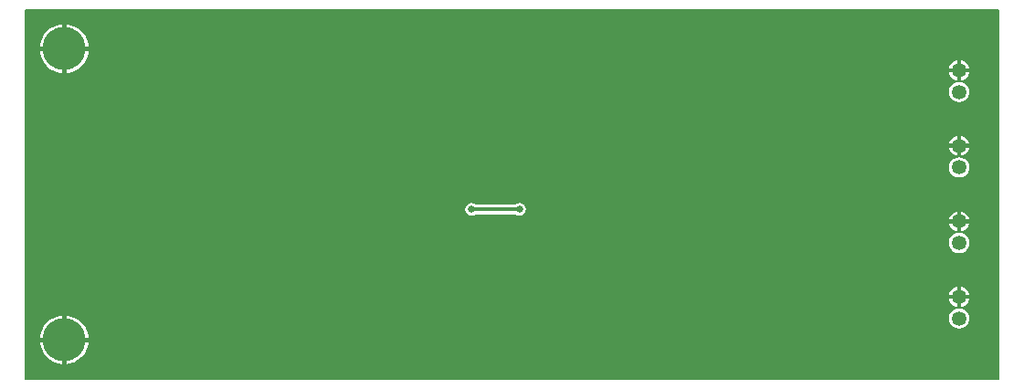
<source format=gbl>
G04 Layer_Physical_Order=2*
G04 Layer_Color=16724787*
%FSAX25Y25*%
%MOIN*%
G70*
G01*
G75*
%ADD38C,0.15748*%
%ADD39C,0.05315*%
%ADD40C,0.02559*%
%ADD41C,0.02362*%
%ADD42C,0.02756*%
%ADD43C,0.01378*%
G36*
X0464921Y0236221D02*
X0464921Y0101220D01*
X0109094Y0101220D01*
X0109094Y0236221D01*
X0109448Y0236575D01*
X0464568Y0236575D01*
X0464921Y0236221D01*
D02*
G37*
%LPC*%
G36*
X0450197Y0154870D02*
X0449242Y0154744D01*
X0448352Y0154376D01*
X0447588Y0153790D01*
X0447002Y0153026D01*
X0446633Y0152136D01*
X0446508Y0151181D01*
X0446633Y0150226D01*
X0447002Y0149337D01*
X0447588Y0148573D01*
X0448352Y0147986D01*
X0449242Y0147618D01*
X0450197Y0147492D01*
X0451152Y0147618D01*
X0452041Y0147986D01*
X0452805Y0148573D01*
X0453392Y0149337D01*
X0453760Y0150226D01*
X0453886Y0151181D01*
X0453760Y0152136D01*
X0453392Y0153026D01*
X0452805Y0153790D01*
X0452041Y0154376D01*
X0451152Y0154744D01*
X0450197Y0154870D01*
D02*
G37*
G36*
X0450984Y0135081D02*
Y0132283D01*
X0453782D01*
X0453760Y0132451D01*
X0453392Y0133341D01*
X0452805Y0134105D01*
X0452041Y0134691D01*
X0451152Y0135059D01*
X0450984Y0135081D01*
D02*
G37*
G36*
X0449409D02*
X0449242Y0135059D01*
X0448352Y0134691D01*
X0447588Y0134105D01*
X0447002Y0133341D01*
X0446633Y0132451D01*
X0446611Y0132283D01*
X0449409D01*
Y0135081D01*
D02*
G37*
G36*
Y0158268D02*
X0446611D01*
X0446633Y0158100D01*
X0447002Y0157211D01*
X0447588Y0156447D01*
X0448352Y0155860D01*
X0449242Y0155492D01*
X0449409Y0155470D01*
Y0158268D01*
D02*
G37*
G36*
X0450984Y0162641D02*
Y0159843D01*
X0453782D01*
X0453760Y0160010D01*
X0453392Y0160900D01*
X0452805Y0161664D01*
X0452041Y0162250D01*
X0451152Y0162619D01*
X0450984Y0162641D01*
D02*
G37*
G36*
X0449409D02*
X0449242Y0162619D01*
X0448352Y0162250D01*
X0447588Y0161664D01*
X0447002Y0160900D01*
X0446633Y0160010D01*
X0446611Y0159843D01*
X0449409D01*
Y0162641D01*
D02*
G37*
G36*
X0453782Y0158268D02*
X0450984D01*
Y0155470D01*
X0451152Y0155492D01*
X0452041Y0155860D01*
X0452805Y0156447D01*
X0453392Y0157211D01*
X0453760Y0158100D01*
X0453782Y0158268D01*
D02*
G37*
G36*
X0122835Y0124587D02*
X0121882Y0124494D01*
X0120210Y0123986D01*
X0118668Y0123162D01*
X0117317Y0122053D01*
X0116208Y0120702D01*
X0115384Y0119160D01*
X0114876Y0117488D01*
X0114783Y0116535D01*
X0122835D01*
Y0124587D01*
D02*
G37*
G36*
X0132461Y0114961D02*
X0124409D01*
Y0106909D01*
X0125362Y0107002D01*
X0127034Y0107510D01*
X0128576Y0108334D01*
X0129927Y0109443D01*
X0131036Y0110794D01*
X0131860Y0112336D01*
X0132368Y0114008D01*
X0132461Y0114961D01*
D02*
G37*
G36*
X0122835D02*
X0114783D01*
X0114876Y0114008D01*
X0115384Y0112336D01*
X0116208Y0110794D01*
X0117317Y0109443D01*
X0118668Y0108334D01*
X0120210Y0107510D01*
X0121882Y0107002D01*
X0122835Y0106909D01*
Y0114961D01*
D02*
G37*
G36*
X0124409Y0124587D02*
Y0116535D01*
X0132461D01*
X0132368Y0117488D01*
X0131860Y0119160D01*
X0131036Y0120702D01*
X0129927Y0122053D01*
X0128576Y0123162D01*
X0127034Y0123986D01*
X0125362Y0124494D01*
X0124409Y0124587D01*
D02*
G37*
G36*
X0453782Y0130709D02*
X0450984D01*
Y0127911D01*
X0451152Y0127933D01*
X0452041Y0128301D01*
X0452805Y0128887D01*
X0453392Y0129651D01*
X0453760Y0130541D01*
X0453782Y0130709D01*
D02*
G37*
G36*
X0449409D02*
X0446611D01*
X0446633Y0130541D01*
X0447002Y0129651D01*
X0447588Y0128887D01*
X0448352Y0128301D01*
X0449242Y0127933D01*
X0449409Y0127911D01*
Y0130709D01*
D02*
G37*
G36*
X0450197Y0127311D02*
X0449242Y0127185D01*
X0448352Y0126817D01*
X0447588Y0126231D01*
X0447002Y0125467D01*
X0446633Y0124577D01*
X0446508Y0123622D01*
X0446633Y0122667D01*
X0447002Y0121777D01*
X0447588Y0121013D01*
X0448352Y0120427D01*
X0449242Y0120059D01*
X0450197Y0119933D01*
X0451152Y0120059D01*
X0452041Y0120427D01*
X0452805Y0121013D01*
X0453392Y0121777D01*
X0453760Y0122667D01*
X0453886Y0123622D01*
X0453760Y0124577D01*
X0453392Y0125467D01*
X0452805Y0126231D01*
X0452041Y0126817D01*
X0451152Y0127185D01*
X0450197Y0127311D01*
D02*
G37*
G36*
X0132461Y0221260D02*
X0124409D01*
Y0213208D01*
X0125362Y0213302D01*
X0127034Y0213809D01*
X0128576Y0214633D01*
X0129927Y0215742D01*
X0131036Y0217093D01*
X0131860Y0218635D01*
X0132368Y0220308D01*
X0132461Y0221260D01*
D02*
G37*
G36*
X0122835D02*
X0114783D01*
X0114876Y0220308D01*
X0115384Y0218635D01*
X0116208Y0217093D01*
X0117317Y0215742D01*
X0118668Y0214633D01*
X0120210Y0213809D01*
X0121882Y0213302D01*
X0122835Y0213208D01*
Y0221260D01*
D02*
G37*
G36*
X0453782Y0213386D02*
X0450984D01*
Y0210588D01*
X0451152Y0210610D01*
X0452041Y0210978D01*
X0452805Y0211565D01*
X0453392Y0212329D01*
X0453760Y0213218D01*
X0453782Y0213386D01*
D02*
G37*
G36*
X0449409Y0217759D02*
X0449242Y0217737D01*
X0448352Y0217368D01*
X0447588Y0216782D01*
X0447002Y0216018D01*
X0446633Y0215128D01*
X0446611Y0214961D01*
X0449409D01*
Y0217759D01*
D02*
G37*
G36*
X0124409Y0230887D02*
Y0222835D01*
X0132461D01*
X0132368Y0223787D01*
X0131860Y0225460D01*
X0131036Y0227001D01*
X0129927Y0228352D01*
X0128576Y0229461D01*
X0127034Y0230285D01*
X0125362Y0230793D01*
X0124409Y0230887D01*
D02*
G37*
G36*
X0122835D02*
X0121882Y0230793D01*
X0120210Y0230285D01*
X0118668Y0229461D01*
X0117317Y0228352D01*
X0116208Y0227001D01*
X0115384Y0225460D01*
X0114876Y0223787D01*
X0114783Y0222835D01*
X0122835D01*
Y0230887D01*
D02*
G37*
G36*
X0450984Y0217759D02*
Y0214961D01*
X0453782D01*
X0453760Y0215128D01*
X0453392Y0216018D01*
X0452805Y0216782D01*
X0452041Y0217368D01*
X0451152Y0217737D01*
X0450984Y0217759D01*
D02*
G37*
G36*
X0449409Y0213386D02*
X0446611D01*
X0446633Y0213218D01*
X0447002Y0212329D01*
X0447588Y0211565D01*
X0448352Y0210978D01*
X0449242Y0210610D01*
X0449409Y0210588D01*
Y0213386D01*
D02*
G37*
G36*
Y0185827D02*
X0446611D01*
X0446633Y0185659D01*
X0447002Y0184770D01*
X0447588Y0184006D01*
X0448352Y0183419D01*
X0449242Y0183051D01*
X0449409Y0183029D01*
Y0185827D01*
D02*
G37*
G36*
X0450197Y0182429D02*
X0449242Y0182304D01*
X0448352Y0181935D01*
X0447588Y0181349D01*
X0447002Y0180585D01*
X0446633Y0179695D01*
X0446508Y0178740D01*
X0446633Y0177785D01*
X0447002Y0176896D01*
X0447588Y0176132D01*
X0448352Y0175545D01*
X0449242Y0175177D01*
X0450197Y0175051D01*
X0451152Y0175177D01*
X0452041Y0175545D01*
X0452805Y0176132D01*
X0453392Y0176896D01*
X0453760Y0177785D01*
X0453886Y0178740D01*
X0453760Y0179695D01*
X0453392Y0180585D01*
X0452805Y0181349D01*
X0452041Y0181935D01*
X0451152Y0182304D01*
X0450197Y0182429D01*
D02*
G37*
G36*
X0289764Y0165710D02*
X0288874Y0165533D01*
X0288238Y0165108D01*
X0273878D01*
X0273242Y0165533D01*
X0272352Y0165710D01*
X0271463Y0165533D01*
X0270709Y0165029D01*
X0270205Y0164275D01*
X0270028Y0163386D01*
X0270205Y0162496D01*
X0270709Y0161742D01*
X0271463Y0161239D01*
X0272352Y0161062D01*
X0273242Y0161239D01*
X0273878Y0161664D01*
X0288238D01*
X0288874Y0161239D01*
X0289764Y0161062D01*
X0290653Y0161239D01*
X0291407Y0161742D01*
X0291911Y0162496D01*
X0292088Y0163386D01*
X0291911Y0164275D01*
X0291407Y0165029D01*
X0290653Y0165533D01*
X0289764Y0165710D01*
D02*
G37*
G36*
X0453782Y0185827D02*
X0450984D01*
Y0183029D01*
X0451152Y0183051D01*
X0452041Y0183419D01*
X0452805Y0184006D01*
X0453392Y0184770D01*
X0453760Y0185659D01*
X0453782Y0185827D01*
D02*
G37*
G36*
X0450197Y0209988D02*
X0449242Y0209863D01*
X0448352Y0209494D01*
X0447588Y0208908D01*
X0447002Y0208144D01*
X0446633Y0207254D01*
X0446508Y0206299D01*
X0446633Y0205344D01*
X0447002Y0204455D01*
X0447588Y0203691D01*
X0448352Y0203104D01*
X0449242Y0202736D01*
X0450197Y0202610D01*
X0451152Y0202736D01*
X0452041Y0203104D01*
X0452805Y0203691D01*
X0453392Y0204455D01*
X0453760Y0205344D01*
X0453886Y0206299D01*
X0453760Y0207254D01*
X0453392Y0208144D01*
X0452805Y0208908D01*
X0452041Y0209494D01*
X0451152Y0209863D01*
X0450197Y0209988D01*
D02*
G37*
G36*
X0450984Y0190200D02*
Y0187402D01*
X0453782D01*
X0453760Y0187569D01*
X0453392Y0188459D01*
X0452805Y0189223D01*
X0452041Y0189809D01*
X0451152Y0190178D01*
X0450984Y0190200D01*
D02*
G37*
G36*
X0449409D02*
X0449242Y0190178D01*
X0448352Y0189809D01*
X0447588Y0189223D01*
X0447002Y0188459D01*
X0446633Y0187569D01*
X0446611Y0187402D01*
X0449409D01*
Y0190200D01*
D02*
G37*
%LPD*%
D38*
X0123622Y0222047D02*
D03*
Y0115748D02*
D03*
D39*
X0450197Y0123622D02*
D03*
Y0131496D02*
D03*
Y0151181D02*
D03*
Y0159055D02*
D03*
Y0178740D02*
D03*
Y0186614D02*
D03*
Y0206299D02*
D03*
Y0214173D02*
D03*
D40*
X0288888Y0197441D02*
D03*
Y0193110D02*
D03*
X0284557Y0197441D02*
D03*
Y0193110D02*
D03*
X0280226Y0197441D02*
D03*
Y0193110D02*
D03*
X0271654Y0185433D02*
D03*
X0303150Y0234646D02*
D03*
Y0231102D02*
D03*
Y0227559D02*
D03*
X0269685Y0127165D02*
D03*
Y0123228D02*
D03*
Y0119291D02*
D03*
Y0115354D02*
D03*
Y0111417D02*
D03*
Y0107480D02*
D03*
Y0103543D02*
D03*
X0272352Y0163386D02*
D03*
X0289764D02*
D03*
X0348031Y0134252D02*
D03*
Y0131102D02*
D03*
X0348819Y0116142D02*
D03*
X0348425Y0110236D02*
D03*
X0398425D02*
D03*
X0393307Y0132283D02*
D03*
X0324410Y0205118D02*
D03*
Y0201969D02*
D03*
X0324803Y0220079D02*
D03*
Y0225984D02*
D03*
X0355906Y0206299D02*
D03*
Y0201969D02*
D03*
X0376772Y0186614D02*
D03*
X0371654D02*
D03*
X0366142D02*
D03*
X0366535Y0145276D02*
D03*
X0360630D02*
D03*
X0354331D02*
D03*
X0365748Y0134252D02*
D03*
Y0129921D02*
D03*
D41*
X0183465Y0142126D02*
D03*
X0192913D02*
D03*
X0187795D02*
D03*
X0202362Y0165748D02*
D03*
X0301575Y0140945D02*
D03*
Y0144095D02*
D03*
Y0147244D02*
D03*
X0258661Y0186614D02*
D03*
Y0191732D02*
D03*
X0268898Y0181496D02*
D03*
X0263779D02*
D03*
X0258661D02*
D03*
Y0196457D02*
D03*
X0301969Y0209449D02*
D03*
Y0206299D02*
D03*
Y0203150D02*
D03*
X0273228Y0220866D02*
D03*
X0197638Y0142126D02*
D03*
X0207087D02*
D03*
X0212598D02*
D03*
X0202756D02*
D03*
X0183465Y0165748D02*
D03*
X0211811D02*
D03*
X0188189D02*
D03*
X0192913D02*
D03*
X0207087D02*
D03*
X0197638D02*
D03*
D42*
X0397244Y0214567D02*
D03*
X0352362Y0214173D02*
D03*
X0370079Y0122047D02*
D03*
X0320079Y0121850D02*
D03*
X0369685Y0204724D02*
D03*
Y0200787D02*
D03*
X0370079Y0219291D02*
D03*
Y0226378D02*
D03*
X0401181Y0207480D02*
D03*
X0404331Y0211024D02*
D03*
X0407480Y0214567D02*
D03*
D43*
X0272352Y0163386D02*
X0289764D01*
M02*

</source>
